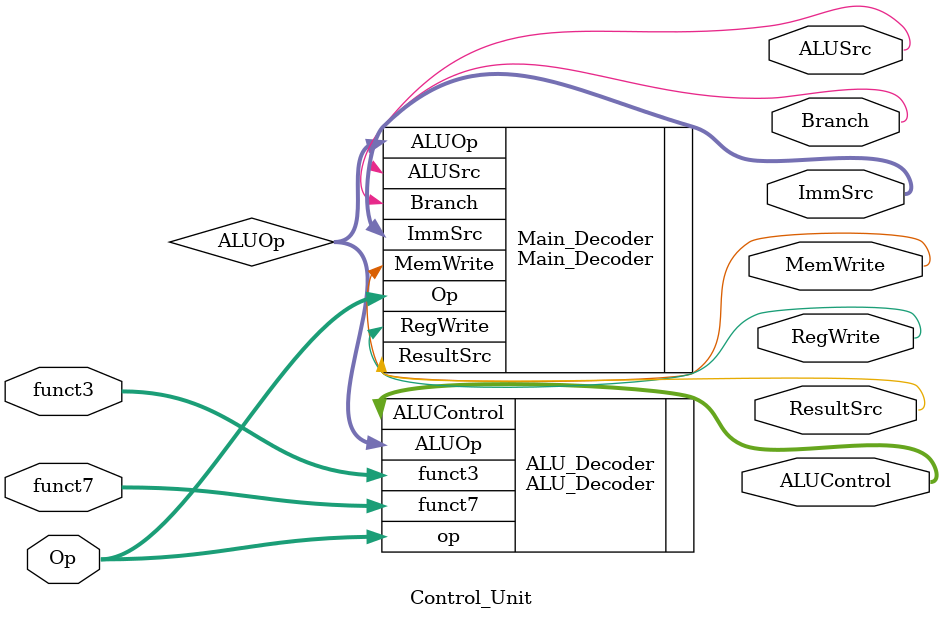
<source format=v>
module Control_Unit(Op,RegWrite,ImmSrc,ALUSrc,MemWrite,ResultSrc,Branch,funct3,funct7,ALUControl);

    input [6:0]Op,funct7;
    input [2:0]funct3;
    output RegWrite,ALUSrc,MemWrite,ResultSrc,Branch;
    output [1:0]ImmSrc;
    output [2:0]ALUControl;

    wire [1:0]ALUOp;

    Main_Decoder Main_Decoder(
                .Op(Op),
                .RegWrite(RegWrite),
                .ImmSrc(ImmSrc),
                .MemWrite(MemWrite),
                .ResultSrc(ResultSrc),
                .Branch(Branch),
                .ALUSrc(ALUSrc),
                .ALUOp(ALUOp)
    );

    ALU_Decoder ALU_Decoder(
                            .ALUOp(ALUOp),
                            .funct3(funct3),
                            .funct7(funct7),
                            .op(Op),
                            .ALUControl(ALUControl)
    );


endmodule
</source>
